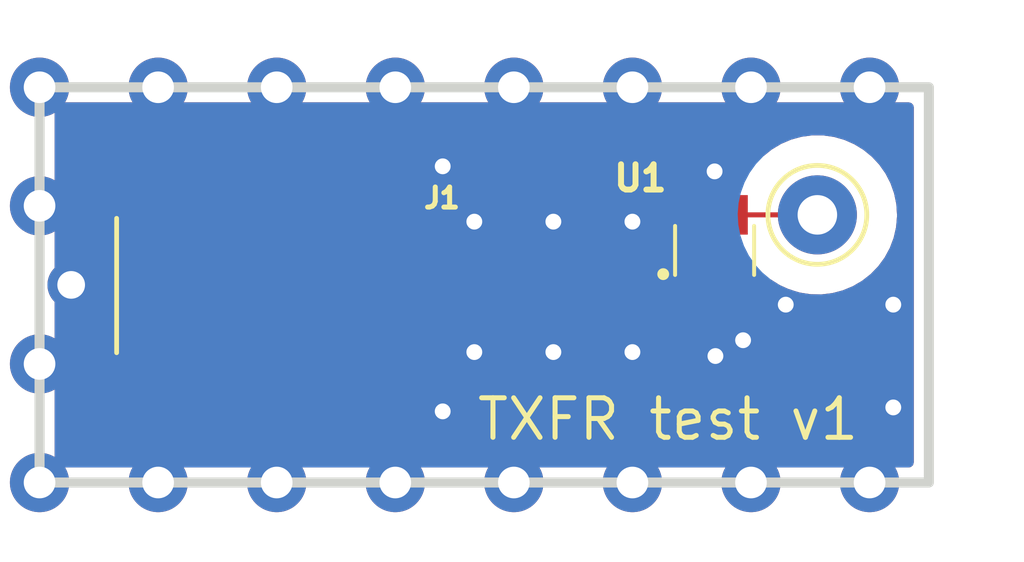
<source format=kicad_pcb>
(kicad_pcb (version 20211014) (generator pcbnew)
  (layers (0 "F.Cu" jumper) (1 "In1.Cu" signal) (2 "In2.Cu" signal) (31 "B.Cu" signal) (34 "B.Paste" user) (35 "F.Paste" user) (36 "B.SilkS" user "B.Silkscreen") (37 "F.SilkS" user "F.Silkscreen") (38 "B.Mask" user) (39 "F.Mask" user) (44 "Edge.Cuts" user))
  (net 0 "")
  (net 1 "Net-(J1-Pad1)")
  (net 2 "GND")
  (net 3 "Net-(H1-Pad1)")
  (footprint "Connector_Pin:Pin_D1.0mm_L10.0mm" (layer "F.Cu") (at 149.6792 98.228)
    (fp_text reference "H1" hide)
    (fp_text value "Antenna Signal" hide)
    (fp_circle (center 0 0) (end 1.25 0.05) (layer "F.SilkS") (width 0.12) (fill none))
    (pad "1" thru_hole circle (at 0 0) (size 2 2) (drill 1) (layers *.Cu *.Mask) (net 3 "Net-(H1-Pad1)"))
  )
  (footprint "footprints:Minicircuits-GE0805C-9" (layer "F.Cu") (at 147.0792 99.128 90)
    (fp_text reference "U1" (at 1.828 -1.8792 180) (layer "F.SilkS") (effects (font (size 0.640777 0.640777))))
    (fp_text value "NCS3-272+" hide)
    (fp_line (start 0.62 1) (end -0.62 1) (layer "F.SilkS") (width 0.1))
    (fp_line (start -0.62 -1) (end 0.62 -1) (layer "F.SilkS") (width 0.1))
    (fp_circle (center -0.6 -1.3) (end -0.5 -1.3) (layer "F.SilkS") (width 0.1) (fill solid))
    (pad "1" smd rect (at -0.9 -0.66 90) (size 1 0.36) (layers "F.Cu" "F.Paste" "F.Mask") (net 1 "Net-(J1-Pad1)"))
    (pad "2" smd rect (at -0.9 0 90) (size 1 0.36) (layers "F.Cu" "F.Paste" "F.Mask") (net 2 "GND"))
    (pad "3" smd rect (at -0.9 0.66 90) (size 1 0.36) (layers "F.Cu" "F.Paste" "F.Mask") (net 2 "GND"))
    (pad "4" smd rect (at 0.9 0.66 90) (size 1 0.36) (layers "F.Cu" "F.Paste" "F.Mask") (net 3 "Net-(H1-Pad1)"))
    (pad "5" smd rect (at 0.9 0 90) (size 1 0.36) (layers "F.Cu" "F.Paste" "F.Mask") (net 2 "GND"))
    (pad "6" smd rect (at 0.9 -0.66 90) (size 1 0.36) (layers "F.Cu" "F.Paste" "F.Mask"))
  )
  (footprint "footprints:J-Amphenol-132134-10-SMA-F-SMT-vertical" (layer "F.Cu") (at 135.5 100.016 -90)
    (fp_text reference "J1" (at -1.916 -5.2 180) (layer "F.SilkS") (effects (font (size 0.508 0.508) (thickness 0.127)) (justify right bottom)))
    (fp_text value "Conn_Coaxial" hide)
    (fp_line (start -1.7 3.55) (end 1.7 3.55) (layer "F.SilkS") (width 0.12))
    (pad "1" smd roundrect (at 0 0 270) (size 1.73 1.73) (layers "F.Cu" "F.Paste" "F.Mask") (roundrect_rratio 0.5) (net 1 "Net-(J1-Pad1)"))
    (pad "2" smd custom (at -0.016 3 270) (size 1 0.5) (layers "F.Cu") (net 2 "GND") (options (clearance outline) (anchor rect)) (primitives (gr_poly (pts (xy -1.1557 -4.62168) (xy -1.391927 -4.420406) (xy -1.575541 -4.213544) (xy -1.728678 -3.983205) (xy -1.848372 -3.733852) (xy -1.932314 -3.470301) (xy -1.978876 -3.197649) (xy -1.98716 -2.921167) (xy -1.957004 -2.646226) (xy -1.888992 -2.378125) (xy -1.784436 -2.122045) (xy -1.64536 -1.882947) (xy -1.474465 -1.66547) (xy -1.275042 -1.4738) (xy -1.050952 -1.311653) (xy -0.806538 -1.182168) (xy -0.546518 -1.087845) (xy -0.275926 -1.030512) (xy 0 -1.011277) (xy 0.275926 -1.030512) (xy 0.546518 -1.087845) (xy 0.806538 -1.182168) (xy 1.050952 -1.311653) (xy 1.275042 -1.4738) (xy 1.474465 -1.66547) (xy 1.64536 -1.882947) (xy 1.784436 -2.122045) (xy 1.888992 -2.378125) (xy 1.957004 -2.646226) (xy 1.98716 -2.921167) (xy 1.978876 -3.197649) (xy 1.932314 -3.470301) (xy 1.848372 -3.733852) (xy 1.728678 -3.983205) (xy 1.576773 -4.211691) (xy 1.1557 -4.62432) (xy 1.1557 -6.6449) (xy 3.6449 -6.6449) (xy 3.6449 0.6449) (xy -3.6449 0.6449) (xy -3.6449 -6.6449) (xy -1.1557 -6.6449)) (width 0.1) (fill yes))))
  )
  (gr_rect (start 152.5 95) (end 130 105) (layer "Edge.Cuts") (width 0.254) (fill none))
  (gr_text "TXFR test v1" (at 145.9 103.4) (layer "F.SilkS") (effects (font (size 1 1) (thickness 0.127))))
  (segment (start 135.5792 100.028) (end 135.4792 99.928) (width 0.38) (layer "F.Cu") (net 1))
  (segment (start 146.4192 100.028) (end 135.5792 100.028) (width 0.38) (layer "F.Cu") (net 1))
  (segment (start 132 98) (end 130 98) (width 0.3) (layer "F.Cu") (net 2))
  (segment (start 132 102) (end 130 102) (width 0.3) (layer "F.Cu") (net 2))
  (segment (start 147.20961 100) (end 147.59039 100) (width 0.3) (layer "F.Cu") (net 2))
  (segment (start 140.2 97) (end 138.2 97) (width 0.3) (layer "F.Cu") (net 2))
  (segment (start 136 97) (end 136 95) (width 0.3) (layer "F.Cu") (net 2))
  (segment (start 140.2 103.2) (end 138.2 103.2) (width 0.3) (layer "F.Cu") (net 2))
  (segment (start 136 105) (end 136 103) (width 0.3) (layer "F.Cu") (net 2))
  (segment (start 147.71922 100.01922) (end 147.71922 100) (width 0.2) (layer "F.Cu") (net 2))
  (segment (start 139 97) (end 139 95) (width 0.3) (layer "F.Cu") (net 2))
  (segment (start 147.0792 98.228) (end 147.0792 100.028) (width 0.3) (layer "F.Cu") (net 2))
  (segment (start 147.7392 100.028) (end 147.728 100.028) (width 0.2) (layer "F.Cu") (net 2))
  (segment (start 139 105) (end 139 103) (width 0.3) (layer "F.Cu") (net 2))
  (segment (start 140.3 98.6) (end 138.3 98.6) (width 0.3) (layer "F.Cu") (net 2))
  (segment (start 147.728 100.028) (end 147.71922 100.01922) (width 0.2) (layer "F.Cu") (net 2))
  (segment (start 147.0792 100.028) (end 147.0792 101.528) (width 0.3) (layer "F.Cu") (net 2))
  (segment (start 137.8042 102.453) (end 137.7792 102.428) (width 0.25) (layer "F.Cu") (net 2))
  (segment (start 140.4 101.4) (end 138.4 101.4) (width 0.3) (layer "F.Cu") (net 2))
  (segment (start 147.0792 97.128) (end 147.0792 98.228) (width 0.3) (layer "F.Cu") (net 2))
  (via (at 147.1 101.8) (size 0.8) (drill 0.4) (layers "F.Cu" "B.Cu") (net 2))
  (via (at 148 95) (size 1.5) (drill 0.8) (layers "F.Cu" "B.Cu") (net 2))
  (via (at 136 105) (size 1.5) (drill 0.8) (layers "F.Cu" "B.Cu") (net 2))
  (via (at 147.0792 97.128) (size 0.8) (drill 0.4) (layers "F.Cu" "B.Cu") (net 2))
  (via (at 140.2 97) (size 0.8) (drill 0.4) (layers "F.Cu" "B.Cu") (net 2))
  (via (at 145 101.7) (size 0.8) (drill 0.4) (layers "F.Cu" "B.Cu") (net 2))
  (via (at 145 98.4) (size 0.8) (drill 0.4) (layers "F.Cu" "B.Cu") (net 2))
  (via (at 148 105) (size 1.5) (drill 0.8) (layers "F.Cu" "B.Cu") (net 2))
  (via (at 133 105) (size 1.5) (drill 0.8) (layers "F.Cu" "B.Cu") (net 2))
  (via (at 139 105) (size 1.5) (drill 0.8) (layers "F.Cu" "B.Cu") (net 2))
  (via (at 151 95) (size 1.5) (drill 0.8) (layers "F.Cu" "B.Cu") (net 2))
  (via (at 142 105) (size 1.5) (drill 0.8) (layers "F.Cu" "B.Cu") (net 2))
  (via (at 141 98.4) (size 0.8) (drill 0.4) (layers "F.Cu" "B.Cu") (net 2))
  (via (at 142 95) (size 1.5) (drill 0.8) (layers "F.Cu" "B.Cu") (net 2))
  (via (at 140.2 103.2) (size 0.8) (drill 0.4) (layers "F.Cu" "B.Cu") (net 2))
  (via (at 130 98) (size 1.5) (drill 0.8) (layers "F.Cu" "B.Cu") (net 2))
  (via (at 130 95) (size 1.5) (drill 0.8) (layers "F.Cu" "B.Cu") (net 2))
  (via (at 130 102) (size 1.5) (drill 0.8) (layers "F.Cu" "B.Cu") (net 2))
  (via (at 145 95) (size 1.5) (drill 0.8) (layers "F.Cu" "B.Cu") (net 2))
  (via (at 151 105) (size 1.5) (drill 0.8) (layers "F.Cu" "B.Cu") (net 2))
  (via (at 141 101.7) (size 0.8) (drill 0.4) (layers "F.Cu" "B.Cu") (net 2))
  (via (at 151.6 103.1) (size 0.8) (drill 0.4) (layers "F.Cu" "B.Cu") (net 2))
  (via (at 147.8 101.4) (size 0.8) (drill 0.4) (layers "F.Cu" "B.Cu") (net 2))
  (via (at 143 101.7) (size 0.8) (drill 0.4) (layers "F.Cu" "B.Cu") (net 2))
  (via (at 139 95) (size 1.5) (drill 0.8) (layers "F.Cu" "B.Cu") (net 2))
  (via (at 148.8792 100.5) (size 0.8) (drill 0.4) (layers "F.Cu" "B.Cu") (net 2))
  (via (at 145 105) (size 1.5) (drill 0.8) (layers "F.Cu" "B.Cu") (net 2))
  (via (at 133 95) (size 1.5) (drill 0.8) (layers "F.Cu" "B.Cu") (net 2))
  (via (at 130 105) (size 1.5) (drill 0.8) (layers "F.Cu" "B.Cu") (net 2))
  (via (at 130.8 100) (size 1.2) (drill 0.7) (layers "F.Cu" "B.Cu") (net 2))
  (via (at 151.6 100.5) (size 0.8) (drill 0.4) (layers "F.Cu" "B.Cu") (net 2))
  (via (at 136 95) (size 1.5) (drill 0.8) (layers "F.Cu" "B.Cu") (net 2))
  (via (at 143 98.4) (size 0.8) (drill 0.4) (layers "F.Cu" "B.Cu") (net 2))
  (segment (start 147.7392 98.228) (end 149.6792 98.228) (width 0.127) (layer "F.Cu") (net 3))
  (zone (net 2) (net_name "GND") (layer "F.Cu") (connect_pads (clearance 0.381)) (min_thickness 0.254) (fill yes (thermal_gap 0.508) (thermal_bridge_width 0.508))
    (polygon (pts (xy 153.1292 105.492) (xy 130.2692 105.492) (xy 130.2692 94.316) (xy 153.1292 94.316)))
  )
  (zone (net 2) (net_name "GND") (layer "B.Cu") (connect_pads (clearance 0.381)) (min_thickness 0.254) (fill yes (thermal_gap 0.508) (thermal_bridge_width 0.508))
    (polygon (pts (xy 154.9072 107.016) (xy 128.9992 107.016) (xy 128.9992 92.792) (xy 154.9072 92.792)))
  )
)
</source>
